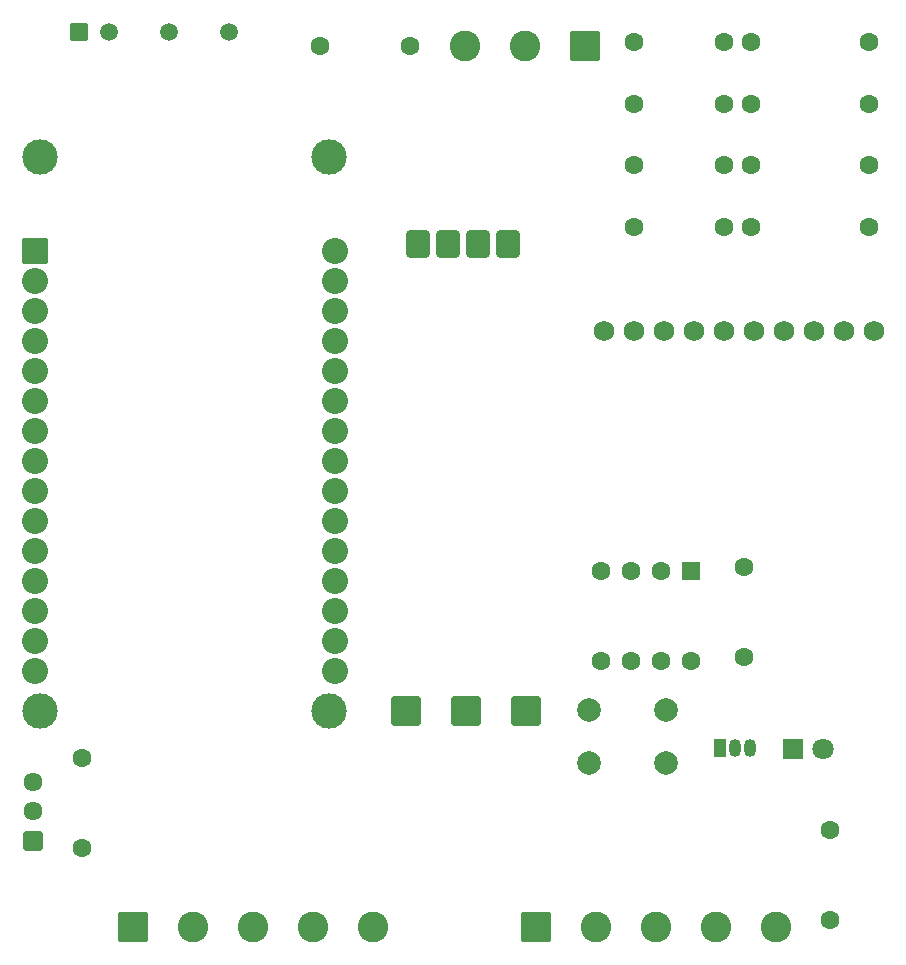
<source format=gbr>
%TF.GenerationSoftware,KiCad,Pcbnew,9.0.3*%
%TF.CreationDate,2026-01-26T07:39:13-05:00*%
%TF.ProjectId,SLAVE_TEMP,534c4156-455f-4544-954d-502e6b696361,rev?*%
%TF.SameCoordinates,Original*%
%TF.FileFunction,Soldermask,Bot*%
%TF.FilePolarity,Negative*%
%FSLAX46Y46*%
G04 Gerber Fmt 4.6, Leading zero omitted, Abs format (unit mm)*
G04 Created by KiCad (PCBNEW 9.0.3) date 2026-01-26 07:39:13*
%MOMM*%
%LPD*%
G01*
G04 APERTURE LIST*
G04 Aperture macros list*
%AMRoundRect*
0 Rectangle with rounded corners*
0 $1 Rounding radius*
0 $2 $3 $4 $5 $6 $7 $8 $9 X,Y pos of 4 corners*
0 Add a 4 corners polygon primitive as box body*
4,1,4,$2,$3,$4,$5,$6,$7,$8,$9,$2,$3,0*
0 Add four circle primitives for the rounded corners*
1,1,$1+$1,$2,$3*
1,1,$1+$1,$4,$5*
1,1,$1+$1,$6,$7*
1,1,$1+$1,$8,$9*
0 Add four rect primitives between the rounded corners*
20,1,$1+$1,$2,$3,$4,$5,0*
20,1,$1+$1,$4,$5,$6,$7,0*
20,1,$1+$1,$6,$7,$8,$9,0*
20,1,$1+$1,$8,$9,$2,$3,0*%
G04 Aperture macros list end*
%ADD10C,1.728000*%
%ADD11R,1.050000X1.500000*%
%ADD12O,1.050000X1.500000*%
%ADD13C,1.600000*%
%ADD14RoundRect,0.102000X-0.644000X-0.644000X0.644000X-0.644000X0.644000X0.644000X-0.644000X0.644000X0*%
%ADD15C,1.492000*%
%ADD16RoundRect,0.250000X-0.750000X0.900000X-0.750000X-0.900000X0.750000X-0.900000X0.750000X0.900000X0*%
%ADD17RoundRect,0.250000X-1.020000X1.020000X-1.020000X-1.020000X1.020000X-1.020000X1.020000X1.020000X0*%
%ADD18R,1.800000X1.800000*%
%ADD19C,1.800000*%
%ADD20C,2.000000*%
%ADD21RoundRect,0.250000X-1.050000X-1.050000X1.050000X-1.050000X1.050000X1.050000X-1.050000X1.050000X0*%
%ADD22C,2.600000*%
%ADD23RoundRect,0.250000X1.050000X1.050000X-1.050000X1.050000X-1.050000X-1.050000X1.050000X-1.050000X0*%
%ADD24RoundRect,0.250000X-0.550000X0.550000X-0.550000X-0.550000X0.550000X-0.550000X0.550000X0.550000X0*%
%ADD25C,3.000000*%
%ADD26RoundRect,0.102000X-1.000000X-1.000000X1.000000X-1.000000X1.000000X1.000000X-1.000000X1.000000X0*%
%ADD27C,2.204000*%
%ADD28RoundRect,0.102000X0.704000X-0.704000X0.704000X0.704000X-0.704000X0.704000X-0.704000X-0.704000X0*%
%ADD29C,1.612000*%
G04 APERTURE END LIST*
D10*
%TO.C,U4*%
X141130000Y-77200000D03*
X143670000Y-77200000D03*
X133510000Y-77200000D03*
X146210000Y-77200000D03*
X148750000Y-77200000D03*
X151290000Y-77200000D03*
X153830000Y-77200000D03*
X130970000Y-77200000D03*
X138590000Y-77200000D03*
X136050000Y-77200000D03*
%TD*%
D11*
%TO.C,Q1*%
X140760000Y-112510000D03*
D12*
X142030000Y-112510000D03*
X143300000Y-112510000D03*
%TD*%
D13*
%TO.C,C1*%
X153400000Y-63200000D03*
X143400000Y-63200000D03*
%TD*%
%TO.C,R3*%
X133480000Y-68400000D03*
X141100000Y-68400000D03*
%TD*%
D14*
%TO.C,PS1*%
X86500000Y-51927000D03*
D15*
X89040000Y-51927000D03*
X94120000Y-51927000D03*
X99200000Y-51927000D03*
%TD*%
D13*
%TO.C,R1*%
X86800000Y-113390000D03*
X86800000Y-121010000D03*
%TD*%
D16*
%TO.C,U10*%
X122850000Y-69850000D03*
X120310000Y-69850000D03*
X117770000Y-69850000D03*
X115230000Y-69850000D03*
D17*
X124350000Y-109450000D03*
X119270000Y-109450000D03*
X114190000Y-109450000D03*
%TD*%
D13*
%TO.C,Rref1*%
X106940000Y-53127500D03*
X114560000Y-53127500D03*
%TD*%
D18*
%TO.C,D7*%
X146960000Y-112600000D03*
D19*
X149500000Y-112600000D03*
%TD*%
D13*
%TO.C,R52*%
X142800000Y-104800000D03*
X142800000Y-97180000D03*
%TD*%
%TO.C,R51*%
X150100000Y-127110000D03*
X150100000Y-119490000D03*
%TD*%
%TO.C,R8*%
X133480000Y-58000000D03*
X141100000Y-58000000D03*
%TD*%
%TO.C,C4*%
X153400000Y-52800000D03*
X143400000Y-52800000D03*
%TD*%
%TO.C,C3*%
X153400000Y-68400000D03*
X143400000Y-68400000D03*
%TD*%
D20*
%TO.C,SW2*%
X129700000Y-109350000D03*
X136200000Y-109350000D03*
X129700000Y-113850000D03*
X136200000Y-113850000D03*
%TD*%
D21*
%TO.C,MODBUS_OUT*%
X91090000Y-127672500D03*
D22*
X96170000Y-127672500D03*
X101250000Y-127672500D03*
X106330000Y-127672500D03*
X111410000Y-127672500D03*
%TD*%
D13*
%TO.C,R9*%
X133480000Y-52800000D03*
X141100000Y-52800000D03*
%TD*%
%TO.C,C2*%
X153400000Y-58000000D03*
X143400000Y-58000000D03*
%TD*%
D23*
%TO.C,PTC_IN*%
X129335000Y-53127500D03*
D22*
X124255000Y-53127500D03*
X119175000Y-53127500D03*
%TD*%
D24*
%TO.C,SW1*%
X138297500Y-97532500D03*
D13*
X135757500Y-97532500D03*
X133217500Y-97532500D03*
X130677500Y-97532500D03*
X130677500Y-105152500D03*
X133217500Y-105152500D03*
X135757500Y-105152500D03*
X138297500Y-105152500D03*
%TD*%
D25*
%TO.C,U3*%
X83170000Y-62475000D03*
X83170000Y-109425000D03*
X107680000Y-62475000D03*
X107680000Y-109425000D03*
D26*
X82750000Y-70435000D03*
D27*
X82750000Y-72975000D03*
X82750000Y-75515000D03*
X82750000Y-78055000D03*
X82750000Y-80595000D03*
X82750000Y-83135000D03*
X82750000Y-85675000D03*
X82750000Y-88215000D03*
X82750000Y-90755000D03*
X82750000Y-93295000D03*
X82750000Y-95835000D03*
X82750000Y-98375000D03*
X82750000Y-100915000D03*
X82750000Y-103455000D03*
X82750000Y-105995000D03*
X108150000Y-105995000D03*
X108150000Y-103455000D03*
X108150000Y-100915000D03*
X108150000Y-98375000D03*
X108150000Y-95835000D03*
X108150000Y-93295000D03*
X108150000Y-90755000D03*
X108150000Y-88215000D03*
X108150000Y-85675000D03*
X108150000Y-83135000D03*
X108150000Y-80595000D03*
X108150000Y-78055000D03*
X108150000Y-75515000D03*
X108150000Y-72975000D03*
X108150000Y-70435000D03*
%TD*%
D21*
%TO.C,MODBUS_IN*%
X125220000Y-127672500D03*
D22*
X130300000Y-127672500D03*
X135380000Y-127672500D03*
X140460000Y-127672500D03*
X145540000Y-127672500D03*
%TD*%
D13*
%TO.C,R7*%
X133480000Y-63200000D03*
X141100000Y-63200000D03*
%TD*%
D28*
%TO.C,S1*%
X82600000Y-120400000D03*
D29*
X82600000Y-117900000D03*
X82600000Y-115400000D03*
%TD*%
M02*

</source>
